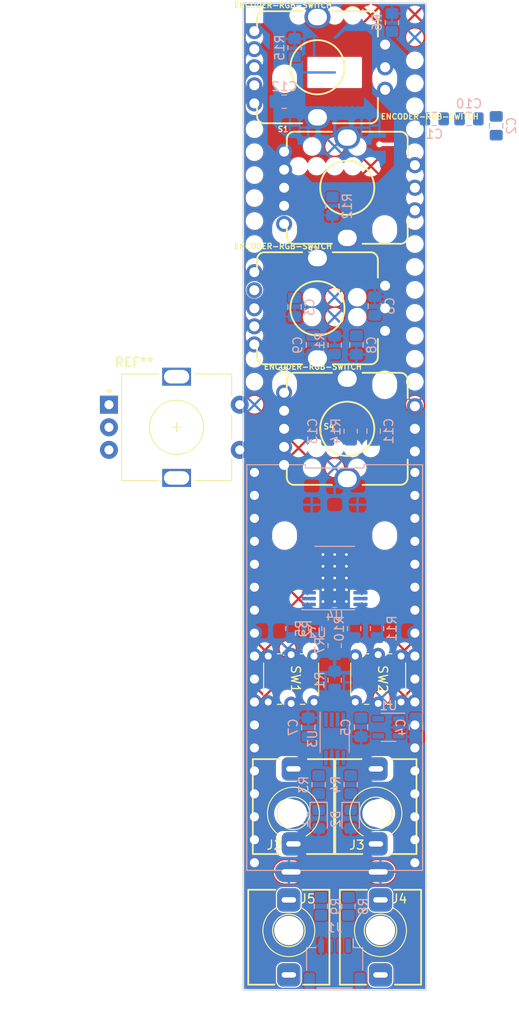
<source format=kicad_pcb>
(kicad_pcb (version 20211014) (generator pcbnew)
  (layers (0 "F.Cu" signal) (31 "B.Cu" signal) (34 "B.Paste" user) (35 "F.Paste" user) (36 "B.SilkS" user "B.Silkscreen") (37 "F.SilkS" user "F.Silkscreen") (38 "B.Mask" user) (39 "F.Mask" user) (44 "Edge.Cuts" user))
  (net 0 "")
  (net 1 "+12V")
  (net 2 "GND")
  (net 3 "+3V3")
  (net 4 "encoder 1 A")
  (net 5 "encoder 1 B")
  (net 6 "encoder 2 A")
  (net 7 "encoder 2 B")
  (net 8 "encoder 3 A")
  (net 9 "encoder 3 B")
  (net 10 "encoder 4 A")
  (net 11 "encoder 4 B")
  (net 12 "Net-(R1-Pad1)")
  (net 13 "LED 1 R")
  (net 14 "LED 1 G")
  (net 15 "LED 1 B")
  (net 16 "LED 2 R")
  (net 17 "LED 2 G")
  (net 18 "LED 2 B")
  (net 19 "LED 3 R")
  (net 20 "LED 3 G")
  (net 21 "LED 3 B")
  (net 22 "LED 4 R")
  (net 23 "LED 4 G")
  (net 24 "LED 4 B")
  (net 28 "-12V")
  (net 29 "Input 1")
  (net 30 "Input 2")
  (net 31 "Net-(J2-PadT)")
  (net 32 "Net-(J3-PadT)")
  (net 33 "Net-(J4-PadT)")
  (net 34 "Switch 1")
  (net 35 "Switch LED 1")
  (net 36 "encoder 1 switch")
  (net 37 "Switch LED 2")
  (net 38 "Output 2")
  (net 39 "Output 1")
  (net 40 "encoder 2 switch")
  (net 41 "encoder 3 switch")
  (net 42 "encoder 4 switch")
  (net 47 "+5V")
  (net 48 "Switch 2")
  (net 52 "SCL")
  (net 53 "SDA")
  (net 54 "Net-(J5-PadT)")
  (net 56 "CS1")
  (net 57 "SCK1")
  (net 58 "COPI1")
  (net 59 "COPI2")
  (net 60 "SCK2")
  (net 61 "Net-(C12-Pad1)")
  (net 62 "Net-(R5-Pad1)")
  (net 63 "Net-(R10-Pad2)")
  (net 64 "Net-(R11-Pad1)")
  (net 65 "Net-(R15-Pad2)")
  (footprint "Pale Slim Ghost:Jack_3.5mm_QingPu_WQP-PJ398SM_Vertical" (layer "F.Cu") (at 56.388 127.762)
    (fp_text reference "J2" (at -2.1 3.5) (layer "F.SilkS"))
    (fp_text value "AudioJack2_SwitchT")
    (pad "" np_thru_hole circle (at 0 0) (size 3 3) (drill 3) (layers F&B.Cu *.Mask))
    (pad "S" thru_hole oval (at 0 6.48) (size 3.1 2.3) (drill oval 1.6 0.6) (layers *.Cu *.Mask) (net 2 "GND"))
    (pad "T" thru_hole roundrect (at 0 -4.92) (size 2.6 2.6) (drill oval 1.6 0.6) (layers *.Cu *.Mask) (net 31 "Net-(J2-PadT)"))
    (pad "TN" thru_hole roundrect (at 0 3.38) (size 2.6 2.6) (drill oval 1.6 0.6) (layers *.Cu *.Mask))
  )
  (footprint "Pale Slim Ghost:PB01-109TL" (layer "F.Cu") (at 56.134 112.903 -90)
    (fp_text reference "SW1" (at 0 -0.5 -90 unlocked) (layer "F.SilkS"))
    (fp_text value "SW_Push_LED")
    (pad "1" thru_hole circle (at -2.54 -2.54 270) (size 1.524 1.524) (drill 0.762) (layers *.Cu *.Mask) (net 3 "+3V3"))
    (pad "1" thru_hole circle (at 2.54 -2.54 270) (size 1.524 1.524) (drill 0.762) (layers *.Cu *.Mask) (net 3 "+3V3"))
    (pad "2" thru_hole circle (at -2.54 2.54 270) (size 1.524 1.524) (drill 0.762) (layers *.Cu *.Mask) (net 12 "Net-(R1-Pad1)"))
    (pad "2" thru_hole circle (at 2.54 2.54 270) (size 1.524 1.524) (drill 0.762) (layers *.Cu *.Mask) (net 12 "Net-(R1-Pad1)"))
    (pad "L1" thru_hole circle (at -2.7 0 270) (size 1.524 1.524) (drill 0.762) (layers *.Cu *.Mask) (net 62 "Net-(R5-Pad1)"))
    (pad "L2" thru_hole circle (at 2.7 0 270) (size 1.524 1.524) (drill 0.762) (layers *.Cu *.Mask) (net 2 "GND"))
  )
  (footprint "Rotary_Encoder:RotaryEncoder_Alps_EC11E-Switch_Vertical_H20mm" (layer "F.Cu") (at 35.941 82.55)
    (fp_text reference "REF**" (at 2.8 -4.7) (layer "F.SilkS"))
    (fp_text value "RotaryEncoder_Alps_EC11E-Switch_Vertical_H20mm")
    (pad "A" thru_hole rect (at 0 0) (size 2 2) (drill 1) (layers *.Cu *.Mask))
    (pad "B" thru_hole circle (at 0 5) (size 2 2) (drill 1) (layers *.Cu *.Mask))
    (pad "C" thru_hole circle (at 0 2.5) (size 2 2) (drill 1) (layers *.Cu *.Mask))
    (pad "MP" thru_hole rect (at 7.5 -3.1) (size 3.2 2) (drill oval 2.8 1.5) (layers *.Cu *.Mask))
    (pad "MP" thru_hole rect (at 7.5 8.1) (size 3.2 2) (drill oval 2.8 1.5) (layers *.Cu *.Mask))
    (pad "S1" thru_hole circle (at 14.5 5) (size 2 2) (drill 1) (layers *.Cu *.Mask))
    (pad "S2" thru_hole circle (at 14.5 0) (size 2 2) (drill 1) (layers *.Cu *.Mask))
  )
  (footprint "Pale Slim Ghost:ENCODER_LED_3" (layer "F.Cu") (at 62.35573 85.217 90)
    (fp_text reference "S4" (at 0.254 -2.032) (layer "F.SilkS") (effects (font (size 0.6096 0.6096) (thickness 0.127))))
    (fp_text value "ENCODER-RGB-SWITCH" (at 6.858 -3.81) (layer "F.SilkS") (effects (font (size 0.6096 0.6096) (thickness 0.127))))
    (pad "" thru_hole oval (at -5.5499 0 90) (size 2.5 2.9) (drill oval 1.8 2.1) (layers *.Cu *.Mask))
    (pad "" thru_hole oval (at 5.5499 0 90) (size 2.5 2.9) (drill oval 1.8 2.1) (layers *.Cu *.Mask))
    (pad "1" thru_hole circle (at -3.99796 -6.9977 90) (size 1.778 1.778) (drill 1.09982) (layers *.Cu *.Mask) (net 22 "LED 4 R"))
    (pad "2" thru_hole circle (at -1.99898 -6.9977 90) (size 1.778 1.778) (drill 1.09982) (layers *.Cu *.Mask) (net 23 "LED 4 G"))
    (pad "3" thru_hole circle (at 0 -6.9977 90) (size 1.778 1.778) (drill 1.09982) (layers *.Cu *.Mask) (net 42 "encoder 4 switch"))
    (pad "4" thru_hole circle (at 1.99898 -6.9977 90) (size 1.778 1.778) (drill 1.09982) (layers *.Cu *.Mask) (net 24 "LED 4 B"))
    (pad "5" thru_hole circle (at 3.99796 -6.9977 90) (size 1.778 1.778) (drill 1.09982) (layers *.Cu *.Mask) (net 3 "+3V3"))
    (pad "A" thru_hole circle (at -2.49936 7.49808 90) (size 1.79832 1.79832) (drill 1.09982) (layers *.Cu *.Mask) (net 10 "encoder 4 A"))
    (pad "B" thru_hole circle (at 2.49936 7.49808 90) (size 1.79832 1.79832) (drill 1.09982) (layers *.Cu *.Mask) (net 11 "encoder 4 B"))
    (pad "C" thru_hole circle (at 0 7.49808 90) (size 1.79832 1.79832) (drill 1.09982) (layers *.Cu *.Mask) (net 2 "GND"))
  )
  (footprint "Pale Slim Ghost:ENCODER_LED_3" (layer "F.Cu") (at 59.055 45.212 90)
    (fp_text reference "S1" (at -6.858 -3.81) (layer "F.SilkS") (effects (font (size 0.6096 0.6096) (thickness 0.127))))
    (fp_text value "ENCODER-RGB-SWITCH" (at 6.858 -3.81) (layer "F.SilkS") (effects (font (size 0.6096 0.6096) (thickness 0.127))))
    (pad "" thru_hole oval (at 5.5499 0 90) (size 2.5 2.9) (drill oval 1.8 2.1) (layers *.Cu *.Mask))
    (pad "" thru_hole oval (at -5.5499 0 90) (size 2.5 2.9) (drill oval 1.8 2.1) (layers *.Cu *.Mask))
    (pad "1" thru_hole circle (at -3.99796 -6.9977 90) (size 1.778 1.778) (drill 1.09982) (layers *.Cu *.Mask) (net 13 "LED 1 R"))
    (pad "2" thru_hole circle (at -1.99898 -6.9977 90) (size 1.778 1.778) (drill 1.09982) (layers *.Cu *.Mask) (net 14 "LED 1 G"))
    (pad "3" thru_hole circle (at 0 -6.9977 90) (size 1.778 1.778) (drill 1.09982) (layers *.Cu *.Mask) (net 36 "encoder 1 switch"))
    (pad "4" thru_hole circle (at 1.99898 -6.9977 90) (size 1.778 1.778) (drill 1.09982) (layers *.Cu *.Mask) (net 15 "LED 1 B"))
    (pad "5" thru_hole circle (at 3.99796 -6.9977 90) (size 1.778 1.778) (drill 1.09982) (layers *.Cu *.Mask) (net 3 "+3V3"))
    (pad "A" thru_hole circle (at -2.49936 7.49808 90) (size 1.79832 1.79832) (drill 1.09982) (layers *.Cu *.Mask) (net 4 "encoder 1 A"))
    (pad "B" thru_hole circle (at 2.49936 7.49808 90) (size 1.79832 1.79832) (drill 1.09982) (layers *.Cu *.Mask) (net 5 "encoder 1 B"))
    (pad "C" thru_hole circle (at 0 7.49808 90) (size 1.79832 1.79832) (drill 1.09982) (layers *.Cu *.Mask) (net 2 "GND"))
  )
  (footprint "Pale Slim Ghost:Jack_3.5mm_QingPu_WQP-PJ398SM_Vertical" (layer "F.Cu") (at 66.04 140.716 180)
    (fp_text reference "J4" (at -2.1 3.5) (layer "F.SilkS"))
    (fp_text value "AudioJack2_SwitchT")
    (pad "" np_thru_hole circle (at 0 0 180) (size 3 3) (drill 3) (layers F&B.Cu *.Mask))
    (pad "S" thru_hole oval (at 0 6.48 180) (size 3.1 2.3) (drill oval 1.6 0.6) (layers *.Cu *.Mask) (net 2 "GND"))
    (pad "T" thru_hole roundrect (at 0 -4.92 180) (size 2.6 2.6) (drill oval 1.6 0.6) (layers *.Cu *.Mask) (net 33 "Net-(J4-PadT)"))
    (pad "TN" thru_hole roundrect (at 0 3.38 180) (size 2.6 2.6) (drill oval 1.6 0.6) (layers *.Cu *.Mask))
  )
  (footprint "Pale Slim Ghost:ENCODER_LED_3" (layer "F.Cu") (at 62.357 58.547 90)
    (fp_text reference "S2" (at -6.858 -3.81) (layer "F.SilkS") (effects (font (size 0.6096 0.6096) (thickness 0.127))))
    (fp_text value "ENCODER-RGB-SWITCH" (at 7.874 9.144) (layer "F.SilkS") (effects (font (size 0.6096 0.6096) (thickness 0.127))))
    (pad "" thru_hole oval (at -5.5499 0 90) (size 2.5 2.9) (drill oval 1.8 2.1) (layers *.Cu *.Mask))
    (pad "" thru_hole oval (at 5.5499 0 90) (size 2.5 2.9) (drill oval 1.8 2.1) (layers *.Cu *.Mask))
    (pad "1" thru_hole circle (at -3.99796 -6.9977 90) (size 1.778 1.778) (drill 1.09982) (layers *.Cu *.Mask) (net 16 "LED 2 R"))
    (pad "2" thru_hole circle (at -1.99898 -6.9977 90) (size 1.778 1.778) (drill 1.09982) (layers *.Cu *.Mask) (net 17 "LED 2 G"))
    (pad "3" thru_hole circle (at 0 -6.9977 90) (size 1.778 1.778) (drill 1.09982) (layers *.Cu *.Mask) (net 40 "encoder 2 switch"))
    (pad "4" thru_hole circle (at 1.99898 -6.9977 90) (size 1.778 1.778) (drill 1.09982) (layers *.Cu *.Mask) (net 18 "LED 2 B"))
    (pad "5" thru_hole circle (at 3.99796 -6.9977 90) (size 1.778 1.778) (drill 1.09982) (layers *.Cu *.Mask) (net 3 "+3V3"))
    (pad "A" thru_hole circle (at -2.49936 7.49808 90) (size 1.79832 1.79832) (drill 1.09982) (layers *.Cu *.Mask) (net 6 "encoder 2 A"))
    (pad "B" thru_hole circle (at 2.49936 7.49808 90) (size 1.79832 1.79832) (drill 1.09982) (layers *.Cu *.Mask) (net 7 "encoder 2 B"))
    (pad "C" thru_hole circle (at 0 7.49808 90) (size 1.79832 1.79832) (drill 1.09982) (layers *.Cu *.Mask) (net 2 "GND"))
  )
  (footprint "Pale Slim Ghost:Jack_3.5mm_QingPu_WQP-PJ398SM_Vertical" (layer "F.Cu") (at 55.88 140.716 180)
    (fp_text reference "J5" (at -2.1 3.5) (layer "F.SilkS"))
    (fp_text value "AudioJack2_SwitchT")
    (pad "" np_thru_hole circle (at 0 0 180) (size 3 3) (drill 3) (layers F&B.Cu *.Mask))
    (pad "S" thru_hole oval (at 0 6.48 180) (size 3.1 2.3) (drill oval 1.6 0.6) (layers *.Cu *.Mask) (net 2 "GND"))
    (pad "T" thru_hole roundrect (at 0 -4.92 180) (size 2.6 2.6) (drill oval 1.6 0.6) (layers *.Cu *.Mask) (net 54 "Net-(J5-PadT)"))
    (pad "TN" thru_hole roundrect (at 0 3.38 180) (size 2.6 2.6) (drill oval 1.6 0.6) (layers *.Cu *.Mask))
  )
  (footprint "Pale Slim Ghost:PB01-109TL" (layer "F.Cu") (at 65.786 112.903 -90)
    (fp_text reference "SW2" (at 0 -0.5 -90 unlocked) (layer "F.SilkS"))
    (fp_text value "SW_Push_LED")
    (pad "1" thru_hole circle (at -2.54 -2.54 270) (size 1.524 1.524) (drill 0.762) (layers *.Cu *.Mask) (net 3 "+3V3"))
    (pad "1" thru_hole circle (at 2.54 -2.54 270) (size 1.524 1.524) (drill 0.762) (layers *.Cu *.Mask) (net 3 "+3V3"))
    (pad "2" thru_hole circle (at -2.54 2.54 270) (size 1.524 1.524) (drill 0.762) (layers *.Cu *.Mask) (net 63 "Net-(R10-Pad2)"))
    (pad "2" thru_hole circle (at 2.54 2.54 270) (size 1.524 1.524) (drill 0.762) (layers *.Cu *.Mask) (net 63 "Net-(R10-Pad2)"))
    (pad "L1" thru_hole circle (at -2.7 0 270) (size 1.524 1.524) (drill 0.762) (layers *.Cu *.Mask) (net 64 "Net-(R11-Pad1)"))
    (pad "L2" thru_hole circle (at 2.7 0 270) (size 1.524 1.524) (drill 0.762) (layers *.Cu *.Mask) (net 2 "GND"))
  )
  (footprint "Pale Slim Ghost:Jack_3.5mm_QingPu_WQP-PJ398SM_Vertical" (layer "F.Cu") (at 65.532 127.762)
    (fp_text reference "J3" (at -2.1 3.5) (layer "F.SilkS"))
    (fp_text value "AudioJack2_SwitchT")
    (pad "" np_thru_hole circle (at 0 0) (size 3 3) (drill 3) (layers F&B.Cu *.Mask))
    (pad "S" thru_hole oval (at 0 6.48) (size 3.1 2.3) (drill oval 1.6 0.6) (layers *.Cu *.Mask) (net 2 "GND"))
    (pad "T" thru_hole roundrect (at 0 -4.92) (size 2.6 2.6) (drill oval 1.6 0.6) (layers *.Cu *.Mask) (net 32 "Net-(J3-PadT)"))
    (pad "TN" thru_hole roundrect (at 0 3.38) (size 2.6 2.6) (drill oval 1.6 0.6) (layers *.Cu *.Mask))
  )
  (footprint "Pale Slim Ghost:ENCODER_LED_3" (layer "F.Cu") (at 59.05373 71.882 90)
    (fp_text reference "S3" (at -6.858 -3.81) (layer "F.SilkS") (effects (font (size 0.6096 0.6096) (thickness 0.127))))
    (fp_text value "ENCODER-RGB-SWITCH" (at 6.858 -3.81) (layer "F.SilkS") (effects (font (size 0.6096 0.6096) (thickness 0.127))))
    (pad "" thru_hole oval (at 5.5499 0 90) (size 2.5 2.9) (drill oval 1.8 2.1) (layers *.Cu *.Mask))
    (pad "" thru_hole oval (at -5.5499 0 90) (size 2.5 2.9) (drill oval 1.8 2.1) (layers *.Cu *.Mask))
    (pad "1" thru_hole circle (at -3.99796 -6.9977 90) (size 1.778 1.778) (drill 1.09982) (layers *.Cu *.Mask) (net 19 "LED 3 R"))
    (pad "2" thru_hole circle (at -1.99898 -6.9977 90) (size 1.778 1.778) (drill 1.09982) (layers *.Cu *.Mask) (net 20 "LED 3 G"))
    (pad "3" thru_hole circle (at 0 -6.9977 90) (size 1.778 1.778) (drill 1.09982) (layers *.Cu *.Mask) (net 41 "encoder 3 switch"))
    (pad "4" thru_hole circle (at 1.99898 -6.9977 90) (size 1.778 1.778) (drill 1.09982) (layers *.Cu *.Mask) (net 21 "LED 3 B"))
    (pad "5" thru_hole circle (at 3.99796 -6.9977 90) (size 1.778 1.778) (drill 1.09982) (layers *.Cu *.Mask) (net 3 "+3V3"))
    (pad "A" thru_hole circle (at -2.49936 7.49808 90) (size 1.79832 1.79832) (drill 1.09982) (layers *.Cu *.Mask) (net 8 "encoder 3 A"))
    (pad "B" thru_hole circle (at 2.49936 7.49808 90) (size 1.79832 1.79832) (drill 1.09982) (layers *.Cu *.Mask) (net 9 "encoder 3 B"))
    (pad "C" thru_hole circle (at 0 7.49808 90) (size 1.79832 1.79832) (drill 1.09982) (layers *.Cu *.Mask) (net 2 "GND"))
  )
  (footprint "Capacitor_SMD:C_0805_2012Metric_Pad1.18x1.45mm_HandSolder" (layer "B.Cu") (at 60.198 85.471 -90)
    (fp_text reference "C13" (at 0 1.68 90) (layer "B.SilkS") (effects (justify mirror)))
    (fp_text value "100n")
    (pad "1" smd roundrect (at -1.0375 0 270) (size 1.175 1.45) (layers "B.Cu" "B.Paste" "B.Mask") (roundrect_rratio 0.212766) (net 11 "encoder 4 B"))
    (pad "2" smd roundrect (at 1.0375 0 270) (size 1.175 1.45) (layers "B.Cu" "B.Paste" "B.Mask") (roundrect_rratio 0.212766) (net 2 "GND"))
  )
  (footprint "Capacitor_SMD:C_0805_2012Metric_Pad1.18x1.45mm_HandSolder" (layer "B.Cu") (at 75.848 50.927 180)
    (fp_text reference "C10" (at 0 1.68) (layer "B.SilkS") (effects (justify mirror)))
    (fp_text value "100n")
    (pad "1" smd roundrect (at -1.0375 0 180) (size 1.175 1.45) (layers "B.Cu" "B.Paste" "B.Mask") (roundrect_rratio 0.212766) (net 2 "GND"))
    (pad "2" smd roundrect (at 1.0375 0 180) (size 1.175 1.45) (layers "B.Cu" "B.Paste" "B.Mask") (roundrect_rratio 0.212766) (net 1 "+12V"))
  )
  (footprint "Capacitor_SMD:C_0805_2012Metric_Pad1.18x1.45mm_HandSolder" (layer "B.Cu") (at 72.009 50.927)
    (fp_text reference "C1" (at 0 1.68) (layer "B.SilkS") (effects (justify mirror)))
    (fp_text value "100n")
    (pad "1" smd roundrect (at -1.0375 0) (size 1.175 1.45) (layers "B.Cu" "B.Paste" "B.Mask") (roundrect_rratio 0.212766) (net 2 "GND"))
    (pad "2" smd roundrect (at 1.0375 0) (size 1.175 1.45) (layers "B.Cu" "B.Paste" "B.Mask") (roundrect_rratio 0.212766) (net 4 "encoder 1 A"))
  )
  (footprint "Diode_SMD:D_0805_2012Metric_Pad1.15x1.40mm_HandSolder" (layer "B.Cu") (at 59.182 128.397 -90)
    (fp_text reference "D1" (at 0 1.65 90) (layer "B.SilkS") (effects (justify mirror)))
    (fp_text value "D_Zener")
    (pad "1" smd roundrect (at -1.025 0 270) (size 1.15 1.4) (layers "B.Cu" "B.Paste" "B.Mask") (roundrect_rratio 0.217391) (net 29 "Input 1"))
    (pad "2" smd roundrect (at 1.025 0 270) (size 1.15 1.4) (layers "B.Cu" "B.Paste" "B.Mask") (roundrect_rratio 0.217391) (net 2 "GND"))
  )
  (footprint "Resistor_SMD:R_0805_2012Metric_Pad1.20x1.40mm_HandSolder" (layer "B.Cu") (at 59.436 138.049 90)
    (fp_text reference "R9" (at 0 1.65 90) (layer "B.SilkS") (effects (justify mirror)))
    (fp_text value "220")
    (pad "1" smd roundrect (at -1 0 90) (size 1.2 1.4) (layers "B.Cu" "B.Paste" "B.Mask") (roundrect_rratio 0.208333) (net 54 "Net-(J5-PadT)"))
    (pad "2" smd roundrect (at 1 0 90) (size 1.2 1.4) (layers "B.Cu" "B.Paste" "B.Mask") (roundrect_rratio 0.208333) (net 38 "Output 2"))
  )
  (footprint "Package_TO_SOT_SMD:SOT-23-5" (layer "B.Cu") (at 66.929 118.237 180)
    (fp_text reference "U1" (at 0 2.4) (layer "B.SilkS") (effects (justify mirror)))
    (fp_text value "MIC5219-5.0YM5")
    (pad "1" smd roundrect (at -1.1375 0.95 180) (size 1.325 0.6) (layers "B.Cu" "B.Paste" "B.Mask") (net 1 "+12V"))
    (pad "2" smd roundrect (at -1.1375 0 180) (size 1.325 0.6) (layers "B.Cu" "B.Paste" "B.Mask") (net 2 "GND"))
    (pad "3" smd roundrect (at -1.1375 -0.95 180) (size 1.325 0.6) (layers "B.Cu" "B.Paste" "B.Mask") (net 1 "+12V"))
    (pad "4" smd roundrect (at 1.1375 -0.95 180) (size 1.325 0.6) (layers "B.Cu" "B.Paste" "B.Mask"))
    (pad "5" smd roundrect (at 1.1375 0.95 180) (size 1.325 0.6) (layers "B.Cu" "B.Paste" "B.Mask") (net 47 "+5V"))
  )
  (footprint "Resistor_SMD:R_0805_2012Metric_Pad1.20x1.40mm_HandSolder" (layer "B.Cu") (at 60.96 75.946 -90)
    (fp_text reference "R13" (at 0 1.65 90) (layer "B.SilkS") (effects (justify mirror)))
    (fp_text value "4k7")
    (pad "1" smd roundrect (at -1 0 270) (size 1.2 1.4) (layers "B.Cu" "B.Paste" "B.Mask") (roundrect_rratio 0.208333) (net 2 "GND"))
    (pad "2" smd roundrect (at 1 0 270) (size 1.2 1.4) (layers "B.Cu" "B.Paste" "B.Mask") (roundrect_rratio 0.208333) (net 41 "encoder 3 switch"))
  )
  (footprint "Capacitor_SMD:C_0805_2012Metric_Pad1.18x1.45mm_HandSolder" (layer "B.Cu") (at 65.405 71.628 90)
    (fp_text reference "C6" (at 0 1.68 90) (layer "B.SilkS") (effects (justify mirror)))
    (fp_text value "100n")
    (pad "1" smd roundrect (at -1.0375 0 90) (size 1.175 1.45) (layers "B.Cu" "B.Paste" "B.Mask") (roundrect_rratio 0.212766) (net 7 "encoder 2 B"))
    (pad "2" smd roundrect (at 1.0375 0 90) (size 1.175 1.45) (layers "B.Cu" "B.Paste" "B.Mask") (roundrect_rratio 0.212766) (net 2 "GND"))
  )
  (footprint "Resistor_SMD:R_0805_2012Metric_Pad1.20x1.40mm_HandSolder" (layer "B.Cu") (at 59.182 124.587 -90)
    (fp_text reference "R3" (at 0 1.65 90) (layer "B.SilkS") (effects (justify mirror)))
    (fp_text value "10k")
    (pad "1" smd roundrect (at -1 0 270) (size 1.2 1.4) (layers "B.Cu" "B.Paste" "B.Mask") (roundrect_rratio 0.208333) (net 31 "Net-(J2-PadT)"))
    (pad "2" smd roundrect (at 1 0 270) (size 1.2 1.4) (layers "B.Cu" "B.Paste" "B.Mask") (roundrect_rratio 0.208333) (net 29 "Input 1"))
  )
  (footprint "Package_SO:MSOP-8_3x3mm_P0.65mm" (layer "B.Cu") (at 60.96 119.507 -90)
    (fp_text reference "U3" (at 0 2.45 90) (layer "B.SilkS") (effects (justify mirror)))
    (fp_text value "MCP4822")
    (pad "1" smd roundrect (at -2.1125 0.975 270) (size 1.625 0.4) (layers "B.Cu" "B.Paste" "B.Mask") (net 47 "+5V"))
    (pad "2" smd roundrect (at -2.1125 0.325 270) (size 1.625 0.4) (layers "B.Cu" "B.Paste" "B.Mask") (net 56 "CS1"))
    (pad "3" smd roundrect (at -2.1125 -0.325 270) (size 1.625 0.4) (layers "B.Cu" "B.Paste" "B.Mask") (net 57 "SCK1"))
    (pad "4" smd roundrect (at -2.1125 -0.975 270) (size 1.625 0.4) (layers "B.Cu" "B.Paste" "B.Mask") (net 58 "COPI1"))
    (pad "5" smd roundrect (at 2.1125 -0.975 270) (size 1.625 0.4) (layers "B.Cu" "B.Paste" "B.Mask"))
    (pad "6" smd roundrect (at 2.1125 -0.325 270) (size 1.625 0.4) (layers "B.Cu" "B.Paste" "B.Mask") (net 38 "Output 2"))
    (pad "7" smd roundrect (at 2.1125 0.325 270) (size 1.625 0.4) (layers "B.Cu" "B.Paste" "B.Mask") (net 2 "GND"))
    (pad "8" smd roundrect (at 2.1125 0.975 270) (size 1.625 0.4) (layers "B.Cu" "B.Paste" "B.Mask") (net 39 "Output 1"))
  )
  (footprint "Resistor_SMD:R_0805_2012Metric_Pad1.20x1.40mm_HandSolder" (layer "B.Cu") (at 62.738 124.587 -90)
    (fp_text reference "R4" (at 0 1.65 90) (layer "B.SilkS") (effects (justify mirror)))
    (fp_text value "10k")
    (pad "1" smd roundrect (at -1 0 270) (size 1.2 1.4) (layers "B.Cu" "B.Paste" "B.Mask") (roundrect_rratio 0.208333) (net 32 "Net-(J3-PadT)"))
    (pad "2" smd roundrect (at 1 0 270) (size 1.2 1.4) (layers "B.Cu" "B.Paste" "B.Mask") (roundrect_rratio 0.208333) (net 30 "Input 2"))
  )
  (footprint "Capacitor_SMD:C_0805_2012Metric_Pad1.18x1.45mm_HandSolder" (layer "B.Cu") (at 69.977 118.237 -90)
    (fp_text reference "C4" (at 0 1.68 90) (layer "B.SilkS") (effects (justify mirror)))
    (fp_text value "10u")
    (pad "1" smd roundrect (at -1.0375 0 270) (size 1.175 1.45) (layers "B.Cu" "B.Paste" "B.Mask") (roundrect_rratio 0.212766) (net 1 "+12V"))
    (pad "2" smd roundrect (at 1.0375 0 270) (size 1.175 1.45) (layers "B.Cu" "B.Paste" "B.Mask") (roundrect_rratio 0.212766) (net 2 "GND"))
  )
  (footprint "Resistor_SMD:R_0805_2012Metric_Pad1.20x1.40mm_HandSolder" (layer "B.Cu") (at 60.706 60.579 90)
    (fp_text reference "R12" (at 0 1.65 90) (layer "B.SilkS") (effects (justify mirror)))
    (fp_text value "4k7")
    (pad "1" smd roundrect (at -1 0 90) (size 1.2 1.4) (layers "B.Cu" "B.Paste" "B.Mask") (roundrect_rratio 0.208333) (net 2 "GND"))
    (pad "2" smd roundrect (at 1 0 90) (size 1.2 1.4) (layers "B.Cu" "B.Paste" "B.Mask") (roundrect_rratio 0.208333) (net 40 "encoder 2 switch"))
  )
  (footprint "Resistor_SMD:R_0805_2012Metric_Pad1.20x1.40mm_HandSolder" (layer "B.Cu") (at 65.659 107.315 90)
    (fp_text reference "R11" (at 0 1.65 90) (layer "B.SilkS") (effects (justify mirror)))
    (fp_text value "560")
    (pad "1" smd roundrect (at -1 0 90) (size 1.2 1.4) (layers "B.Cu" "B.Paste" "B.Mask") (roundrect_rratio 0.208333) (net 64 "Net-(R11-Pad1)"))
    (pad "2" smd roundrect (at 1 0 90) (size 1.2 1.4) (layers "B.Cu" "B.Paste" "B.Mask") (roundrect_rratio 0.208333) (net 37 "Switch LED 2"))
  )
  (footprint "Resistor_SMD:R_0805_2012Metric_Pad1.20x1.40mm_HandSolder" (layer "B.Cu") (at 63.119 107.315 -90)
    (fp_text reference "R10" (at 0 1.65 90) (layer "B.SilkS") (effects (justify mirror)))
    (fp_text value "1k")
    (pad "1" smd roundrect (at -1 0 270) (size 1.2 1.4) (layers "B.Cu" "B.Paste" "B.Mask") (roundrect_rratio 0.208333) (net 48 "Switch 2"))
    (pad "2" smd roundrect (at 1 0 270) (size 1.2 1.4) (layers "B.Cu" "B.Paste" "B.Mask") (roundrect_rratio 0.208333) (net 63 "Net-(R10-Pad2)"))
  )
  (footprint "Resistor_SMD:R_0805_2012Metric_Pad1.20x1.40mm_HandSolder" (layer "B.Cu") (at 56.261 107.315 90)
    (fp_text reference "R2" (at 0 1.65 90) (layer "B.SilkS") (effects (justify mirror)))
    (fp_text value "1k")
    (pad "1" smd roundrect (at -1 0 90) (size 1.2 1.4) (layers "B.Cu" "B.Paste" "B.Mask") (roundrect_rratio 0.208333) (net 34 "Switch 1"))
    (pad "2" smd roundrect (at 1 0 90) (size 1.2 1.4) (layers "B.Cu" "B.Paste" "B.Mask") (roundrect_rratio 0.208333) (net 12 "Net-(R1-Pad1)"))
  )
  (footprint "Capacitor_SMD:C_0805_2012Metric_Pad1.18x1.45mm_HandSolder" (layer "B.Cu") (at 58.547 75.946 -90)
    (fp_text reference "C9" (at 0 1.68 90) (layer "B.SilkS") (effects (justify mirror)))
    (fp_text value "100n")
    (pad "1" smd roundrect (at -1.0375 0 270) (size 1.175 1.45) (layers "B.Cu" "B.Paste" "B.Mask") (roundrect_rratio 0.212766) (net 9 "encoder 3 B"))
    (pad "2" smd roundrect (at 1.0375 0 270) (size 1.175 1.45) (layers "B.Cu" "B.Paste" "B.Mask") (roundrect_rratio 0.212766) (net 2 "GND"))
  )
  (footprint "Resistor_SMD:R_0805_2012Metric_Pad1.20x1.40mm_HandSolder" (layer "B.Cu") (at 62.738 85.471 -90)
    (fp_text reference "R14" (at 0 1.65 90) (layer "B.SilkS") (effects (justify mirror)))
    (fp_text value "4k7")
    (pad "1" smd roundrect (at -1 0 270) (size 1.2 1.4) (layers "B.Cu" "B.Paste" "B.Mask") (roundrect_rratio 0.208333) (net 2 "GND"))
    (pad "2" smd roundrect (at 1 0 270) (size 1.2 1.4) (layers "B.Cu" "B.Paste" "B.Mask") (roundrect_rratio 0.208333) (net 42 "encoder 4 switch"))
  )
  (footprint "Pale Slim Ghost:Stemma QT Qwiic JST_SH_SM04B" (layer "B.Cu") (at 60.96 144.399 180)
    (fp_text reference "J1" (at 0 3.98) (layer "B.SilkS") (effects (justify mirror)))
    (fp_text value "Conn_01x04")
    (pad "1" smd roundrect (at -1.5 2 180) (size 0.6 1.55) (layers "B.Cu" "B.Paste" "B.Mask") (net 52 "SCL"))
    (pad "2" smd roundrect (at -0.5 2 180) (size 0.6 1.55) (layers "B.Cu" "B.Paste" "B.Mask") (net 53 "SDA"))
    (pad "3" smd roundrect (at 0.5 2 180) (size 0.6 1.55) (layers "B.Cu" "B.Paste" "B.Mask"))
    (pad "4" smd roundrect (at 1.5 2 180) (size 0.6 1.55) (layers "B.Cu" "B.Paste" "B.Mask") (net 2 "GND"))
    (pad "MP" smd roundrect (at -2.8 -1.875 180) (size 1.2 1.8) (layers "B.Cu" "B.Paste" "B.Mask") (roundrect_rratio 0.208333))
    (pad "MP" smd roundrect (at 2.8 -1.875 180) (size 1.2 1.8) (layers "B.Cu" "B.Paste" "B.Mask") (roundrect_rratio 0.208333))
  )
  (footprint "Resistor_SMD:R_0805_2012Metric_Pad1.20x1.40mm_HandSolder" (layer "B.Cu") (at 60.96 113.03 -90)
    (fp_text reference "R1" (at 0 1.65 90) (layer "B.SilkS") (effects (justify mirror)))
    (fp_text value "4k7")
    (pad "1" smd roundrect (at -1 0 270) (size 1.2 1.4) (layers "B.Cu" "B.Paste" "B.Mask") (roundrect_rratio 0.208333) (net 12 "Net-(R1-Pad1)"))
    (pad "2" smd roundrect (at 1 0 270) (size 1.2 1.4) (layers "B.Cu" "B.Paste" "B.Mask") (roundrect_rratio 0.208333) (net 2 "GND"))
  )
  (footprint "Resistor_SMD:R_0805_2012Metric_Pad1.20x1.40mm_HandSolder" (layer "B.Cu") (at 62.484 138.049 90)
    (fp_text reference "R8" (at 0 1.65 90) (layer "B.SilkS") (effects (justify mirror)))
    (fp_text value "220")
    (pad "1" smd roundrect (at -1 0 90) (size 1.2 1.4) (layers "B.Cu" "B.Paste" "B.Mask") (roundrect_rratio 0.208333) (net 33 "Net-(J4-PadT)"))
    (pad "2" smd roundrect (at 1 0 90) (size 1.2 1.4) (layers "B.Cu" "B.Paste" "B.Mask") (roundrect_rratio 0.208333) (net 39 "Output 1"))
  )
  (footprint "Resistor_SMD:R_0805_2012Metric_Pad1.20x1.40mm_HandSolder" (layer "B.Cu") (at 60.96 109.204 -90)
    (fp_text reference "R7" (at 0 1.65 90) (layer "B.SilkS") (effects (justify mirror)))
    (fp_text value "4k7")
    (pad "1" smd roundrect (at -1 0 270) (size 1.2 1.4) (layers "B.Cu" "B.Paste" "B.Mask") (roundrect_rratio 0.208333) (net 63 "Net-(R10-Pad2)"))
    (pad "2" smd roundrect (at 1 0 270) (size 1.2 1.4) (layers "B.Cu" "B.Paste" "B.Mask") (roundrect_rratio 0.208333) (net 2 "GND"))
  )
  (footprint "Capacitor_SMD:C_0805_2012Metric_Pad1.18x1.45mm_HandSolder" (layer "B.Cu") (at 56.515 71.755 90)
    (fp_text reference "C3" (at 0 1.68 90) (layer "B.SilkS") (effects (justify mirror)))
    (fp_text value "100n")
    (pad "1" smd roundrect (at -1.0375 0 90) (size 1.175 1.45) (layers "B.Cu" "B.Paste" "B.Mask") (roundrect_rratio 0.212766) (net 2 "GND"))
    (pad "2" smd roundrect (at 1.0375 0 90) (size 1.175 1.45) (layers "B.Cu" "B.Paste" "B.Mask") (roundrect_rratio 0.212766) (net 6 "encoder 2 A"))
  )
  (footprint "Resistor_SMD:R_0805_2012Metric_Pad1.20x1.40mm_HandSolder" (layer "B.Cu") (at 67.31 40.259 -90)
    (fp_text reference "R6" (at 0 1.65 90) (layer "B.SilkS") (effects (justify mirror)))
    (fp_text value "4k7")
    (pad "1" smd roundrect (at -1 0 270) (size 1.2 1.4) (layers "B.Cu" "B.Paste" "B.Mask") (roundrect_rratio 0.208333) (net 2 "GND"))
    (pad "2" smd roundrect (at 1 0 270) (size 1.2 1.4) (layers "B.Cu" "B.Paste" "B.Mask") (roundrect_rratio 0.208333) (net 36 "encoder 1 switch"))
  )
  (footprint "Capacitor_SMD:C_0805_2012Metric_Pad1.18x1.45mm_HandSolder" (layer "B.Cu") (at 55.372 49.022 180)
    (fp_text reference "C12" (at 0 1.68) (layer "B.SilkS") (effects (justify mirror)))
    (fp_text value "1u")
    (pad "1" smd roundrect (at -1.0375 0 180) (size 1.175 1.45) (layers "B.Cu" "B.Paste" "B.Mask") (roundrect_rratio 0.212766) (net 61 "Net-(C12-Pad1)"))
    (pad "2" smd roundrect (at 1.0375 0 180) (size 1.175 1.45) (layers "B.Cu" "B.Paste" "B.Mask") (roundrect_rratio 0.212766) (net 2 "GND"))
  )
  (footprint "Capacitor_SMD:C_0805_2012Metric_Pad1.18x1.45mm_HandSolder" (layer "B.Cu") (at 58.039 118.237 -90)
    (fp_text reference "C7" (at 0 1.68 90) (layer "B.SilkS") (effects (justify mirror)))
    (fp_text value "100n")
    (pad "1" smd roundrect (at -1.0375 0 270) (size 1.175 1.45) (layers "B.Cu" "B.Paste" "B.Mask") (roundrect_rratio 0.212766) (net 2 "GND"))
    (pad "2" smd roundrect (at 1.0375 0 270) (size 1.175 1.45) (layers "B.Cu" "B.Paste" "B.Mask") (roundrect_rratio 0.212766) (net 47 "+5V"))
  )
  (footprint "Package_SO:HTSSOP-20-1EP_4.4x6.5mm_P0.65mm_EP3.4x6.5mm_Mask2.75x3.43mm_ThermalVias" (layer "B.Cu") (at 60.96 101.727)
    (fp_text reference "U4" (at 0 4.2) (layer "B.SilkS") (effects (justify mirror)))
    (fp_text value "TLC5971PWP")
    (pad "1" smd roundrect (at -2.8625 2.925) (size 1.575 0.4) (layers "B.Cu" "B.Paste" "B.Mask") (net 65 "Net-(R15-Pad2)"))
    (pad "2" smd roundrect (at -2.8625 2.275) (size 1.575 0.4) (layers "B.Cu" "B.Paste" "B.Mask") (net 2 "GND"))
    (pad "3" smd roundrect (at -2.8625 1.625) (size 1.575 0.4) (layers "B.Cu" "B.Paste" "B.Mask") (net 13 "LED 1 R"))
    (pad "4" smd roundrect (at -2.8625 0.975) (size 1.575 0.4) (layers "B.Cu" "B.Paste" "B.Mask") (net 14 "LED 1 G"))
    (pad "5" smd roundrect (at -2.8625 0.325) (size 1.575 0.4) (layers "B.Cu" "B.Paste" "B.Mask") (net 15 "LED 1 B"))
    (pad "6" smd roundrect (at -2.8625 -0.325) (size 1.575 0.4) (layers "B.Cu" "B.Paste" "B.Mask") (net 16 "LED 2 R"))
    (pad "7" smd roundrect (at -2.8625 -0.975) (size 1.575 0.4) (layers "B.Cu" "B.Paste" "B.Mask") (net 17 "LED 2 G"))
    (pad "8" smd roundrect (at -2.8625 -1.625) (size 1.575 0.4) (layers "B.Cu" "B.Paste" "B.Mask") (net 18 "LED 2 B"))
    (pad "9" smd roundrect (at -2.8625 -2.275) (size 1.575 0.4) (layers "B.Cu" "B.Paste" "B.Mask") (net 59 "COPI2"))
    (pad "10" smd roundrect (at -2.8625 -2.925) (size 1.575 0.4) (layers "B.Cu" "B.Paste" "B.Mask") (net 60 "SCK2"))
    (pad "11" smd roundrect (at 2.8625 -2.925) (size 1.575 0.4) (layers "B.Cu" "B.Paste" "B.Mask"))
    (pad "12" smd roundrect (at 2.8625 -2.275) (size 1.575 0.4) (layers "B.Cu" "B.Paste" "B.Mask"))
    (pad "13" smd roundrect (at 2.8625 -1.625) (size 1.575 0.4) (layers "B.Cu" "B.Paste" "B.Mask") (net 19 "LED 3 R"))
    (pad "14" smd roundrect (at 2.8625 -0.975) (size 1.575 0.4) (layers "B.Cu" "B.Paste" "B.Mask") (net 20 "LED 3 G"))
    (pad "15" smd roundrect (at 2.8625 -0.325) (size 1.575 0.4) (layers "B.Cu" "B.Paste" "B.Mask") (net 21 "LED 3 B"))
    (pad "16" smd roundrect (at 2.8625 0.325) (size 1.575 0.4) (layers "B.Cu" "B.Paste" "B.Mask") (net 22 "LED 4 R"))
    (pad "17" smd roundrect (at 2.8625 0.975) (size 1.575 0.4) (layers "B.Cu" "B.Paste" "B.Mask") (net 23 "LED 4 G"))
    (pad "18" smd roundrect (at 2.8625 1.625) (size 1.575 0.4) (layers "B.Cu" "B.Paste" "B.Mask") (net 24 "LED 4 B"))
    (pad "19" smd roundrect (at 2.8625 2.275) (size 1.575 0.4) (layers "B.Cu" "B.Paste" "B.Mask") (net 1 "+12V"))
    (pad "20" smd roundrect (at 2.8625 2.925) (size 1.575 0.4) (layers "B.Cu" "B.Paste" "B.Mask") (net 61 "Net-(C12-Pad1)"))
    (pad "21" smd rect (at 0 0) (size 3.4 6.5) (layers "B.Cu") (net 2 "GND"))
    (pad "21" thru_hole circle (at 1.3 -1.3) (size 0.6 0.6) (drill 0.3) (layers *.Cu) (net 2 "GND"))
    (pad "21" thru_hole circle (at 1.3 1.3) (size 0.6 0.6) (drill 0.3) (layers *.Cu) (net 2 "GND"))
    (pad "21" thru_hole circle (at -1.3 1.3) (size 0.6 0.6) (drill 0.3) (layers *.Cu) (net 2 "GND"))
    (pad "21" thru_hole circle (at 0 -2.6) (size 0.6 0.6) (drill 0.3) (layers *.Cu) (net 2 "GND"))
    (pad "21" thru_hole circle (at 1.3 -2.6) (size 0.6 0.6) (drill 0.3) (layers *.Cu) (net 2 "GND"))
    (pad "21" thru_hole circle (at -1.3 2.6) (size 0.6 0.6) (drill 0.3) (layers *.Cu) (net 2 "GND"))
    (pad "21" thru_hole circle (at 0 -1.3) (size 0.6 0.6) (drill 0.3) (layers *.Cu) (net 2 "GND"))
    (pad "21" thru_hole circle (at -1.3 -2.6) (size 0.6 0.6) (drill 0.3) (layers *.Cu) (net 2 "GND"))
    (pad "21" thru_hole circle (at 1.3 0) (size 0.6 0.6) (drill 0.3) (layers *.Cu) (net 2 "GND"))
    (pad "21" thru_hole circle (at 0 2.6) (size 0.6 0.6) (drill 0.3) (layers *.Cu) (net 2 "GND"))
    (pad "21" thru_hole circle (at -1.3 -1.3) (size 0.6 0.6) (drill 0.3) (layers *.Cu) (net 2 "GND"))
    (pad "21" thru_hole circle (at 0 1.3) (size 0.6 0.6) (drill 0.3) (layers *.Cu) (net 2 "GND"))
    (pad "21" smd rect (at 0 0) (size 3.2 5.8) (layers "F.Cu") (net 2 "GND"))
    (pad "21" thru_hole circle (at -1.3 0) (size 0.6 0.6) (drill 0.3) (layers *.Cu) (net 2 "GND"))
    (pad "21" thru_hole circle (at 0 0) (size 0.6 0.6) (drill 0.3) (layers *.Cu) (net 2 "GND"))
    (pad "21" thru_hole circle (at 1.3 2.6) (size 0.6 0.6) (drill 0.3) (layers *.Cu) (net 2 "GND"))
  )
  (footprint "Capacitor_SMD:C_0805_2012Metric_Pad1.18x1.45mm_HandSolder" (layer "B.Cu") (at 78.867 51.689 90)
    (fp_text reference "C2" (at 0 1.68 90) (layer "B.SilkS") (effects (justify mirror)))
    (fp_text value "100n")
    (pad "1" smd roundrect (at -1.0375 0 90) (size 1.175 1.45) (layers "B.Cu" "B.Paste" "B.Mask") (roundrect_rratio 0.212766) (net 5 "encoder 1 B"))
    (pad "2" smd roundrect (at 1.0375 0 90) (size 1.175 1.45) (layers "B.Cu" "B.Paste" "B.Mask") (roundrect_rratio 0.212766) (net 2 "GND"))
  )
  (footprint "Pale Slim Ghost:Chordata" (layer "B.Cu") (at 60.96 111.633 180)
    (fp_text reference "U2" (at 1.905 3.826) (layer "B.SilkS") (effects (justify mirror)))
    (fp_text value "Chordata")
    (pad "1" thru_hole rect (at 8.89 21.59 270) (size 1.7 1.7) (drill 1) (layers *.Cu *.Mask) (net 4 "encoder 1 A"))
    (pad "2" thru_hole circle (at 8.89 19.05 270) (size 1.7 1.7) (drill 1) (layers *.Cu *.Mask) (net 40 "encoder 2 switch"))
    (pad "3" thru_hole circle (at 8.89 16.51 270) (size 1.7 1.7) (drill 1) (layers *.Cu *.Mask) (net 6 "encoder 2 A"))
    (pad "4" thru_hole circle (at 8.89 13.97 270) (size 1.7 1.7) (drill 1) (layers *.Cu *.Mask) (net 9 "encoder 3 B"))
    (pad "5" thru_hole circle (at 8.89 11.43 270) (size 1.7 1.7) (drill 1) (layers *.Cu *.Mask) (net 41 "encoder 3 switch"))
    (pad "6" thru_hole circle (at 8.89 8.89 270) (size 1.7 1.7) (drill 1) (layers *.Cu *.Mask) (net 11 "encoder 4 B"))
    (pad "7" thru_hole circle (at 8.89 6.35 270) (size 1.7 1.7) (drill 1) (layers *.Cu *.Mask) (net 42 "encoder 4 switch"))
    (pad "8" thru_hole circle (at 8.89 3.81 270) (size 1.7 1.7) (drill 1) (layers *.Cu *.Mask))
    (pad "9" thru_hole circle (at 8.89 1.27 270) (size 1.7 1.7) (drill 1) (layers *.Cu *.Mask) (net 34 "Switch 1"))
    (pad "10" thru_hole circle (at 8.89 -1.27 270) (size 1.7 1.7) (drill 1) (layers *.Cu *.Mask) (net 35 "Switch LED 1"))
    (pad "11" thru_hole circle (at 8.89 -3.81 270) (size 1.7 1.7) (drill 1) (layers *.Cu *.Mask) (net 48 "Switch 2"))
    (pad "12" thru_hole circle (at 8.89 -6.35 270) (size 1.7 1.7) (drill 1) (layers *.Cu *.Mask) (net 37 "Switch LED 2"))
    (pad "13" thru_hole circle (at 8.89 -8.89 270) (size 1.7 1.7) (drill 1) (layers *.Cu *.Mask))
    (pad "14" thru_hole circle (at 8.89 -11.43 270) (size 1.7 1.7) (drill 1) (layers *.Cu *.Mask))
    (pad "15" thru_hole circle (at 8.89 -13.97 270) (size 1.7 1.7) (drill 1) (layers *.Cu *.Mask) (net 60 "SCK2"))
    (pad "16" thru_hole circle (at 8.89 -16.51 270) (size 1.7 1.7) (drill 1) (layers *.Cu *.Mask) (net 59 "COPI2"))
    (pad "17" thru_hole circle (at 8.89 -19.05 270) (size 1.7 1.7) (drill 1) (layers *.Cu *.Mask) (net 1 "+12V"))
    (pad "18" thru_hole circle (at 8.89 -21.59 270) (size 1.7 1.7) (drill 1) (layers *.Cu *.Mask) (net 2 "GND"))
    (pad "19" thru_hole circle (at -8.89 -21.59 270) (size 1.7 1.7) (drill 1) (layers *.Cu *.Mask) (net 2 "GND"))
    (pad "20" thru_hole circle (at -8.89 -19.05 270) (size 1.7 1.7) (drill 1) (layers *.Cu *.Mask) (net 28 "-12V"))
    (pad "21" thru_hole circle (at -8.89 -16.51 270) (size 1.7 1.7) (drill 1) (layers *.Cu *.Mask) (net 56 "CS1"))
    (pad "22" thru_hole circle (at -8.89 -13.97 270) (size 1.7 1.7) (drill 1) (layers *.Cu *.Mask))
    (pad "23" thru_hole circle (at -8.89 -11.43 270) (size 1.7 1.7) (drill 1) (layers *.Cu *.Mask) (net 57 "SCK1"))
    (pad "24" thru_hole circle (at -8.89 -8.89 270) (size 1.7 1.7) (drill 1) (layers *.Cu *.Mask) (net 58 "COPI1"))
    (pad "25" thru_hole circle (at -8.89 -6.35 270) (size 1.7 1.7) (drill 1) (layers *.Cu *.Mask) (net 53 "SDA"))
    (pad "26" thru_hole circle (at -8.89 -3.81 270) (size 1.7 1.7) (drill 1) (layers *.Cu *.Mask) (net 52 "SCL"))
    (pad "27" thru_hole circle (at -8.89 -1.27 270) (size 1.7 1.7) (drill 1) (layers *.Cu *.Mask))
    (pad "28" thru_hole circle (at -8.89 1.27 270) (size 1.7 1.7) (drill 1) (layers *.Cu *.Mask) (net 10 "encoder 4 A"))
    (pad "29" thru_hole circle (at -8.89 3.81 270) (size 1.7 1.7) (drill 1) (layers *.Cu *.Mask) (net 8 "encoder 3 A"))
    (pad "30" thru_hole circle (at -8.89 6.35 270) (size 1.7 1.7) (drill 1) (layers *.Cu *.Mask) (net 7 "encoder 2 B"))
    (pad "31" thru_hole circle (at -8.89 8.89 270) (size 1.7 1.7) (drill 1) (layers *.Cu *.Mask) (net 5 "encoder 1 B"))
    (pad "32" thru_hole circle (at -8.89 11.43 270) (size 1.7 1.7) (drill 1) (layers *.Cu *.Mask) (net 30 "Input 2"))
    (pad "33" thru_hole circle (at -8.89 13.97 270) (size 1.7 1.7) (drill 1) (layers *.Cu *.Mask) (net 29 "Input 1"))
    (pad "34" thru_hole circle (at -8.89 16.51 270) (size 1.7 1.7) (drill 1) (layers *.Cu *.Mask) (net 36 "encoder 1 switch"))
    (pad "35" thru_hole circle (at -8.89 19.05 270) (size 1.7 1.7) (drill 1) (layers *.Cu *.Mask) (net 2 "GND"))
    (pad "36" thru_hole circle (at -8.89 21.59 270) (size 1.7 1.7) (drill 1) (layers *.Cu *.Mask) (net 3 "+3V3"))
  )
  (footprint "Diode_SMD:D_0805_2012Metric_Pad1.15x1.40mm_HandSolder" (layer "B.Cu") (at 62.738 128.397 -90)
    (fp_text reference "D2" (at 0 1.65 90) (layer "B.SilkS") (effects (justify mirror)))
    (fp_text value "D_Zener")
    (pad "1" smd roundrect (at -1.025 0 270) (size 1.15 1.4) (layers "B.Cu" "B.Paste" "B.Mask") (roundrect_rratio 0.217391) (net 30 "Input 2"))
    (pad "2" smd roundrect (at 1.025 0 270) (size 1.15 1.4) (layers "B.Cu" "B.Paste" "B.Mask") (roundrect_rratio 0.217391) (net 2 "GND"))
  )
  (footprint "Capacitor_SMD:C_0805_2012Metric_Pad1.18x1.45mm_HandSolder" (layer "B.Cu") (at 63.373 75.946 90)
    (fp_text reference "C8" (at 0 1.68 90) (layer "B.SilkS") (effects (justify mirror)))
    (fp_text value "100n")
    (pad "1" smd roundrect (at -1.0375 0 90) (size 1.175 1.45) (layers "B.Cu" "B.Paste" "B.Mask") (roundrect_rratio 0.212766) (net 2 "GND"))
    (pad "2" smd roundrect (at 1.0375 0 90) (size 1.175 1.45) (layers "B.Cu" "B.Paste" "B.Mask") (roundrect_rratio 0.212766) (net 8 "encoder 3 A"))
  )
  (footprint "Resistor_SMD:R_0805_2012Metric_Pad1.20x1.40mm_HandSolder" (layer "B.Cu") (at 56.515 43.053 -90)
    (fp_text reference "R15" (at 0 1.65 90) (layer "B.SilkS") (effects (justify mirror)))
    (fp_text value "4k7")
    (pad "1" smd roundrect (at -1 0 270) (size 1.2 1.4) (layers "B.Cu" "B.Paste" "B.Mask") (roundrect_rratio 0.208333) (net 2 "GND"))
    (pad "2" smd roundrect (at 1 0 270) (size 1.2 1.4) (layers "B.Cu" "B.Paste" "B.Mask") (roundrect_rratio 0.208333) (net 65 "Net-(R15-Pad2)"))
  )
  (footprint "Capacitor_SMD:C_0805_2012Metric_Pad1.18x1.45mm_HandSolder" (layer "B.Cu") (at 63.881 118.237 -90)
    (fp_text reference "C5" (at 0 1.68 90) (layer "B.SilkS") (effects (justify mirror)))
    (fp_text value "10u")
    (pad "1" smd roundrect (at -1.0375 0 270) (size 1.175 1.45) (layers "B.Cu" "B.Paste" "B.Mask") (roundrect_rratio 0.212766) (net 47 "+5V"))
    (pad "2" smd roundrect (at 1.0375 0 270) (size 1.175 1.45) (layers "B.Cu" "B.Paste" "B.Mask") (roundrect_rratio 0.212766) (net 2 "GND"))
  )
  (footprint "Capacitor_SMD:C_0805_2012Metric_Pad1.18x1.45mm_HandSolder" (layer "B.Cu") (at 65.278 85.471 90)
    (fp_text reference "C11" (at 0 1.68 90) (layer "B.SilkS") (effects (justify mirror)))
    (fp_text value "100n")
    (pad "1" smd roundrect (at -1.0375 0 90) (size 1.175 1.45) (layers "B.Cu" "B.Paste" "B.Mask") (roundrect_rratio 0.212766) (net 2 "GND"))
    (pad "2" smd roundrect (at 1.0375 0 90) (size 1.175 1.45) (layers "B.Cu" "B.Paste" "B.Mask") (roundrect_rratio 0.212766) (net 10 "encoder 4 A"))
  )
  (footprint "Resistor_SMD:R_0805_2012Metric_Pad1.20x1.40mm_HandSolder" (layer "B.Cu") (at 58.801 107.315 -90)
    (fp_text reference "R5" (at 0 1.65 90) (layer "B.SilkS") (effects (justify mirror)))
    (fp_text value "560")
    (pad "1" smd roundrect (at -1 0 270) (size 1.2 1.4) (layers "B.Cu" "B.Paste" "B.Mask") (roundrect_rratio 0.208333) (net 62 "Net-(R5-Pad1)"))
    (pad "2" smd roundrect (at 1 0 270) (size 1.2 1.4) (layers "B.Cu" "B.Paste" "B.Mask") (roundrect_rratio 0.208333) (net 35 "Switch LED 1"))
  )
  (gr_rect (start 50.8 38.1) (end 71.12 147.32) (layer "Edge.Cuts") (width 0.1) (fill none))
  (zone (net 3) (net_name "+3V3") (layer "F.Cu") (connect_pads (clearance 0.127)) (min_thickness 0.127) (fill yes (thermal_gap 0.254) (thermal_bridge_width 0.254))
    (polygon (pts (xy 71.12 147.32) (xy 50.8 147.32) (xy 50.8 38.1) (xy 71.12 38.1)))
  )
  (zone (net 2) (net_name "GND") (layer "B.Cu") (connect_pads (clearance 0.127)) (min_thickness 0.127) (fill yes (thermal_gap 0.254) (thermal_bridge_width 0.254))
    (polygon (pts (xy 71.12 147.32) (xy 50.8 147.32) (xy 50.8 38.1) (xy 71.12 38.1)))
  )
)
</source>
